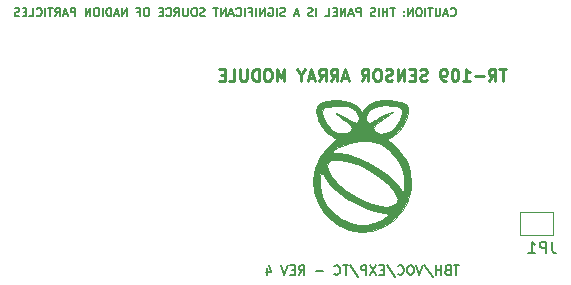
<source format=gbr>
%TF.GenerationSoftware,KiCad,Pcbnew,8.0.6*%
%TF.CreationDate,2024-11-19T00:52:39-05:00*%
%TF.ProjectId,tr109-sensorboard,74723130-392d-4736-956e-736f72626f61,4*%
%TF.SameCoordinates,Original*%
%TF.FileFunction,Legend,Bot*%
%TF.FilePolarity,Positive*%
%FSLAX46Y46*%
G04 Gerber Fmt 4.6, Leading zero omitted, Abs format (unit mm)*
G04 Created by KiCad (PCBNEW 8.0.6) date 2024-11-19 00:52:39*
%MOMM*%
%LPD*%
G01*
G04 APERTURE LIST*
%ADD10C,0.250000*%
%ADD11C,0.200000*%
%ADD12C,0.175000*%
%ADD13C,0.150000*%
%ADD14C,0.120000*%
%ADD15C,0.010000*%
%ADD16C,6.200000*%
%ADD17R,1.700000X1.700000*%
%ADD18O,1.700000X1.700000*%
%ADD19R,1.000000X1.500000*%
G04 APERTURE END LIST*
D10*
X155980426Y-101506719D02*
X155408998Y-101506719D01*
X155694712Y-102506719D02*
X155694712Y-101506719D01*
X154504236Y-102506719D02*
X154837569Y-102030528D01*
X155075664Y-102506719D02*
X155075664Y-101506719D01*
X155075664Y-101506719D02*
X154694712Y-101506719D01*
X154694712Y-101506719D02*
X154599474Y-101554338D01*
X154599474Y-101554338D02*
X154551855Y-101601957D01*
X154551855Y-101601957D02*
X154504236Y-101697195D01*
X154504236Y-101697195D02*
X154504236Y-101840052D01*
X154504236Y-101840052D02*
X154551855Y-101935290D01*
X154551855Y-101935290D02*
X154599474Y-101982909D01*
X154599474Y-101982909D02*
X154694712Y-102030528D01*
X154694712Y-102030528D02*
X155075664Y-102030528D01*
X154075664Y-102125766D02*
X153313760Y-102125766D01*
X152313760Y-102506719D02*
X152885188Y-102506719D01*
X152599474Y-102506719D02*
X152599474Y-101506719D01*
X152599474Y-101506719D02*
X152694712Y-101649576D01*
X152694712Y-101649576D02*
X152789950Y-101744814D01*
X152789950Y-101744814D02*
X152885188Y-101792433D01*
X151694712Y-101506719D02*
X151599474Y-101506719D01*
X151599474Y-101506719D02*
X151504236Y-101554338D01*
X151504236Y-101554338D02*
X151456617Y-101601957D01*
X151456617Y-101601957D02*
X151408998Y-101697195D01*
X151408998Y-101697195D02*
X151361379Y-101887671D01*
X151361379Y-101887671D02*
X151361379Y-102125766D01*
X151361379Y-102125766D02*
X151408998Y-102316242D01*
X151408998Y-102316242D02*
X151456617Y-102411480D01*
X151456617Y-102411480D02*
X151504236Y-102459100D01*
X151504236Y-102459100D02*
X151599474Y-102506719D01*
X151599474Y-102506719D02*
X151694712Y-102506719D01*
X151694712Y-102506719D02*
X151789950Y-102459100D01*
X151789950Y-102459100D02*
X151837569Y-102411480D01*
X151837569Y-102411480D02*
X151885188Y-102316242D01*
X151885188Y-102316242D02*
X151932807Y-102125766D01*
X151932807Y-102125766D02*
X151932807Y-101887671D01*
X151932807Y-101887671D02*
X151885188Y-101697195D01*
X151885188Y-101697195D02*
X151837569Y-101601957D01*
X151837569Y-101601957D02*
X151789950Y-101554338D01*
X151789950Y-101554338D02*
X151694712Y-101506719D01*
X150885188Y-102506719D02*
X150694712Y-102506719D01*
X150694712Y-102506719D02*
X150599474Y-102459100D01*
X150599474Y-102459100D02*
X150551855Y-102411480D01*
X150551855Y-102411480D02*
X150456617Y-102268623D01*
X150456617Y-102268623D02*
X150408998Y-102078147D01*
X150408998Y-102078147D02*
X150408998Y-101697195D01*
X150408998Y-101697195D02*
X150456617Y-101601957D01*
X150456617Y-101601957D02*
X150504236Y-101554338D01*
X150504236Y-101554338D02*
X150599474Y-101506719D01*
X150599474Y-101506719D02*
X150789950Y-101506719D01*
X150789950Y-101506719D02*
X150885188Y-101554338D01*
X150885188Y-101554338D02*
X150932807Y-101601957D01*
X150932807Y-101601957D02*
X150980426Y-101697195D01*
X150980426Y-101697195D02*
X150980426Y-101935290D01*
X150980426Y-101935290D02*
X150932807Y-102030528D01*
X150932807Y-102030528D02*
X150885188Y-102078147D01*
X150885188Y-102078147D02*
X150789950Y-102125766D01*
X150789950Y-102125766D02*
X150599474Y-102125766D01*
X150599474Y-102125766D02*
X150504236Y-102078147D01*
X150504236Y-102078147D02*
X150456617Y-102030528D01*
X150456617Y-102030528D02*
X150408998Y-101935290D01*
X149266140Y-102459100D02*
X149123283Y-102506719D01*
X149123283Y-102506719D02*
X148885188Y-102506719D01*
X148885188Y-102506719D02*
X148789950Y-102459100D01*
X148789950Y-102459100D02*
X148742331Y-102411480D01*
X148742331Y-102411480D02*
X148694712Y-102316242D01*
X148694712Y-102316242D02*
X148694712Y-102221004D01*
X148694712Y-102221004D02*
X148742331Y-102125766D01*
X148742331Y-102125766D02*
X148789950Y-102078147D01*
X148789950Y-102078147D02*
X148885188Y-102030528D01*
X148885188Y-102030528D02*
X149075664Y-101982909D01*
X149075664Y-101982909D02*
X149170902Y-101935290D01*
X149170902Y-101935290D02*
X149218521Y-101887671D01*
X149218521Y-101887671D02*
X149266140Y-101792433D01*
X149266140Y-101792433D02*
X149266140Y-101697195D01*
X149266140Y-101697195D02*
X149218521Y-101601957D01*
X149218521Y-101601957D02*
X149170902Y-101554338D01*
X149170902Y-101554338D02*
X149075664Y-101506719D01*
X149075664Y-101506719D02*
X148837569Y-101506719D01*
X148837569Y-101506719D02*
X148694712Y-101554338D01*
X148266140Y-101982909D02*
X147932807Y-101982909D01*
X147789950Y-102506719D02*
X148266140Y-102506719D01*
X148266140Y-102506719D02*
X148266140Y-101506719D01*
X148266140Y-101506719D02*
X147789950Y-101506719D01*
X147361378Y-102506719D02*
X147361378Y-101506719D01*
X147361378Y-101506719D02*
X146789950Y-102506719D01*
X146789950Y-102506719D02*
X146789950Y-101506719D01*
X146361378Y-102459100D02*
X146218521Y-102506719D01*
X146218521Y-102506719D02*
X145980426Y-102506719D01*
X145980426Y-102506719D02*
X145885188Y-102459100D01*
X145885188Y-102459100D02*
X145837569Y-102411480D01*
X145837569Y-102411480D02*
X145789950Y-102316242D01*
X145789950Y-102316242D02*
X145789950Y-102221004D01*
X145789950Y-102221004D02*
X145837569Y-102125766D01*
X145837569Y-102125766D02*
X145885188Y-102078147D01*
X145885188Y-102078147D02*
X145980426Y-102030528D01*
X145980426Y-102030528D02*
X146170902Y-101982909D01*
X146170902Y-101982909D02*
X146266140Y-101935290D01*
X146266140Y-101935290D02*
X146313759Y-101887671D01*
X146313759Y-101887671D02*
X146361378Y-101792433D01*
X146361378Y-101792433D02*
X146361378Y-101697195D01*
X146361378Y-101697195D02*
X146313759Y-101601957D01*
X146313759Y-101601957D02*
X146266140Y-101554338D01*
X146266140Y-101554338D02*
X146170902Y-101506719D01*
X146170902Y-101506719D02*
X145932807Y-101506719D01*
X145932807Y-101506719D02*
X145789950Y-101554338D01*
X145170902Y-101506719D02*
X144980426Y-101506719D01*
X144980426Y-101506719D02*
X144885188Y-101554338D01*
X144885188Y-101554338D02*
X144789950Y-101649576D01*
X144789950Y-101649576D02*
X144742331Y-101840052D01*
X144742331Y-101840052D02*
X144742331Y-102173385D01*
X144742331Y-102173385D02*
X144789950Y-102363861D01*
X144789950Y-102363861D02*
X144885188Y-102459100D01*
X144885188Y-102459100D02*
X144980426Y-102506719D01*
X144980426Y-102506719D02*
X145170902Y-102506719D01*
X145170902Y-102506719D02*
X145266140Y-102459100D01*
X145266140Y-102459100D02*
X145361378Y-102363861D01*
X145361378Y-102363861D02*
X145408997Y-102173385D01*
X145408997Y-102173385D02*
X145408997Y-101840052D01*
X145408997Y-101840052D02*
X145361378Y-101649576D01*
X145361378Y-101649576D02*
X145266140Y-101554338D01*
X145266140Y-101554338D02*
X145170902Y-101506719D01*
X143742331Y-102506719D02*
X144075664Y-102030528D01*
X144313759Y-102506719D02*
X144313759Y-101506719D01*
X144313759Y-101506719D02*
X143932807Y-101506719D01*
X143932807Y-101506719D02*
X143837569Y-101554338D01*
X143837569Y-101554338D02*
X143789950Y-101601957D01*
X143789950Y-101601957D02*
X143742331Y-101697195D01*
X143742331Y-101697195D02*
X143742331Y-101840052D01*
X143742331Y-101840052D02*
X143789950Y-101935290D01*
X143789950Y-101935290D02*
X143837569Y-101982909D01*
X143837569Y-101982909D02*
X143932807Y-102030528D01*
X143932807Y-102030528D02*
X144313759Y-102030528D01*
X142599473Y-102221004D02*
X142123283Y-102221004D01*
X142694711Y-102506719D02*
X142361378Y-101506719D01*
X142361378Y-101506719D02*
X142028045Y-102506719D01*
X141123283Y-102506719D02*
X141456616Y-102030528D01*
X141694711Y-102506719D02*
X141694711Y-101506719D01*
X141694711Y-101506719D02*
X141313759Y-101506719D01*
X141313759Y-101506719D02*
X141218521Y-101554338D01*
X141218521Y-101554338D02*
X141170902Y-101601957D01*
X141170902Y-101601957D02*
X141123283Y-101697195D01*
X141123283Y-101697195D02*
X141123283Y-101840052D01*
X141123283Y-101840052D02*
X141170902Y-101935290D01*
X141170902Y-101935290D02*
X141218521Y-101982909D01*
X141218521Y-101982909D02*
X141313759Y-102030528D01*
X141313759Y-102030528D02*
X141694711Y-102030528D01*
X140123283Y-102506719D02*
X140456616Y-102030528D01*
X140694711Y-102506719D02*
X140694711Y-101506719D01*
X140694711Y-101506719D02*
X140313759Y-101506719D01*
X140313759Y-101506719D02*
X140218521Y-101554338D01*
X140218521Y-101554338D02*
X140170902Y-101601957D01*
X140170902Y-101601957D02*
X140123283Y-101697195D01*
X140123283Y-101697195D02*
X140123283Y-101840052D01*
X140123283Y-101840052D02*
X140170902Y-101935290D01*
X140170902Y-101935290D02*
X140218521Y-101982909D01*
X140218521Y-101982909D02*
X140313759Y-102030528D01*
X140313759Y-102030528D02*
X140694711Y-102030528D01*
X139742330Y-102221004D02*
X139266140Y-102221004D01*
X139837568Y-102506719D02*
X139504235Y-101506719D01*
X139504235Y-101506719D02*
X139170902Y-102506719D01*
X138647092Y-102030528D02*
X138647092Y-102506719D01*
X138980425Y-101506719D02*
X138647092Y-102030528D01*
X138647092Y-102030528D02*
X138313759Y-101506719D01*
X137218520Y-102506719D02*
X137218520Y-101506719D01*
X137218520Y-101506719D02*
X136885187Y-102221004D01*
X136885187Y-102221004D02*
X136551854Y-101506719D01*
X136551854Y-101506719D02*
X136551854Y-102506719D01*
X135885187Y-101506719D02*
X135694711Y-101506719D01*
X135694711Y-101506719D02*
X135599473Y-101554338D01*
X135599473Y-101554338D02*
X135504235Y-101649576D01*
X135504235Y-101649576D02*
X135456616Y-101840052D01*
X135456616Y-101840052D02*
X135456616Y-102173385D01*
X135456616Y-102173385D02*
X135504235Y-102363861D01*
X135504235Y-102363861D02*
X135599473Y-102459100D01*
X135599473Y-102459100D02*
X135694711Y-102506719D01*
X135694711Y-102506719D02*
X135885187Y-102506719D01*
X135885187Y-102506719D02*
X135980425Y-102459100D01*
X135980425Y-102459100D02*
X136075663Y-102363861D01*
X136075663Y-102363861D02*
X136123282Y-102173385D01*
X136123282Y-102173385D02*
X136123282Y-101840052D01*
X136123282Y-101840052D02*
X136075663Y-101649576D01*
X136075663Y-101649576D02*
X135980425Y-101554338D01*
X135980425Y-101554338D02*
X135885187Y-101506719D01*
X135028044Y-102506719D02*
X135028044Y-101506719D01*
X135028044Y-101506719D02*
X134789949Y-101506719D01*
X134789949Y-101506719D02*
X134647092Y-101554338D01*
X134647092Y-101554338D02*
X134551854Y-101649576D01*
X134551854Y-101649576D02*
X134504235Y-101744814D01*
X134504235Y-101744814D02*
X134456616Y-101935290D01*
X134456616Y-101935290D02*
X134456616Y-102078147D01*
X134456616Y-102078147D02*
X134504235Y-102268623D01*
X134504235Y-102268623D02*
X134551854Y-102363861D01*
X134551854Y-102363861D02*
X134647092Y-102459100D01*
X134647092Y-102459100D02*
X134789949Y-102506719D01*
X134789949Y-102506719D02*
X135028044Y-102506719D01*
X134028044Y-101506719D02*
X134028044Y-102316242D01*
X134028044Y-102316242D02*
X133980425Y-102411480D01*
X133980425Y-102411480D02*
X133932806Y-102459100D01*
X133932806Y-102459100D02*
X133837568Y-102506719D01*
X133837568Y-102506719D02*
X133647092Y-102506719D01*
X133647092Y-102506719D02*
X133551854Y-102459100D01*
X133551854Y-102459100D02*
X133504235Y-102411480D01*
X133504235Y-102411480D02*
X133456616Y-102316242D01*
X133456616Y-102316242D02*
X133456616Y-101506719D01*
X132504235Y-102506719D02*
X132980425Y-102506719D01*
X132980425Y-102506719D02*
X132980425Y-101506719D01*
X132170901Y-101982909D02*
X131837568Y-101982909D01*
X131694711Y-102506719D02*
X132170901Y-102506719D01*
X132170901Y-102506719D02*
X132170901Y-101506719D01*
X132170901Y-101506719D02*
X131694711Y-101506719D01*
D11*
X151999473Y-118119695D02*
X151542330Y-118119695D01*
X151770902Y-118919695D02*
X151770902Y-118119695D01*
X151008997Y-118500647D02*
X150894711Y-118538742D01*
X150894711Y-118538742D02*
X150856616Y-118576838D01*
X150856616Y-118576838D02*
X150818520Y-118653028D01*
X150818520Y-118653028D02*
X150818520Y-118767314D01*
X150818520Y-118767314D02*
X150856616Y-118843504D01*
X150856616Y-118843504D02*
X150894711Y-118881600D01*
X150894711Y-118881600D02*
X150970901Y-118919695D01*
X150970901Y-118919695D02*
X151275663Y-118919695D01*
X151275663Y-118919695D02*
X151275663Y-118119695D01*
X151275663Y-118119695D02*
X151008997Y-118119695D01*
X151008997Y-118119695D02*
X150932806Y-118157790D01*
X150932806Y-118157790D02*
X150894711Y-118195885D01*
X150894711Y-118195885D02*
X150856616Y-118272076D01*
X150856616Y-118272076D02*
X150856616Y-118348266D01*
X150856616Y-118348266D02*
X150894711Y-118424457D01*
X150894711Y-118424457D02*
X150932806Y-118462552D01*
X150932806Y-118462552D02*
X151008997Y-118500647D01*
X151008997Y-118500647D02*
X151275663Y-118500647D01*
X150475663Y-118919695D02*
X150475663Y-118119695D01*
X150475663Y-118500647D02*
X150018520Y-118500647D01*
X150018520Y-118919695D02*
X150018520Y-118119695D01*
X149066140Y-118081600D02*
X149751854Y-119110171D01*
X148913759Y-118119695D02*
X148647092Y-118919695D01*
X148647092Y-118919695D02*
X148380426Y-118119695D01*
X147961378Y-118119695D02*
X147808997Y-118119695D01*
X147808997Y-118119695D02*
X147732807Y-118157790D01*
X147732807Y-118157790D02*
X147656616Y-118233980D01*
X147656616Y-118233980D02*
X147618521Y-118386361D01*
X147618521Y-118386361D02*
X147618521Y-118653028D01*
X147618521Y-118653028D02*
X147656616Y-118805409D01*
X147656616Y-118805409D02*
X147732807Y-118881600D01*
X147732807Y-118881600D02*
X147808997Y-118919695D01*
X147808997Y-118919695D02*
X147961378Y-118919695D01*
X147961378Y-118919695D02*
X148037569Y-118881600D01*
X148037569Y-118881600D02*
X148113759Y-118805409D01*
X148113759Y-118805409D02*
X148151855Y-118653028D01*
X148151855Y-118653028D02*
X148151855Y-118386361D01*
X148151855Y-118386361D02*
X148113759Y-118233980D01*
X148113759Y-118233980D02*
X148037569Y-118157790D01*
X148037569Y-118157790D02*
X147961378Y-118119695D01*
X146818521Y-118843504D02*
X146856617Y-118881600D01*
X146856617Y-118881600D02*
X146970902Y-118919695D01*
X146970902Y-118919695D02*
X147047093Y-118919695D01*
X147047093Y-118919695D02*
X147161379Y-118881600D01*
X147161379Y-118881600D02*
X147237569Y-118805409D01*
X147237569Y-118805409D02*
X147275664Y-118729219D01*
X147275664Y-118729219D02*
X147313760Y-118576838D01*
X147313760Y-118576838D02*
X147313760Y-118462552D01*
X147313760Y-118462552D02*
X147275664Y-118310171D01*
X147275664Y-118310171D02*
X147237569Y-118233980D01*
X147237569Y-118233980D02*
X147161379Y-118157790D01*
X147161379Y-118157790D02*
X147047093Y-118119695D01*
X147047093Y-118119695D02*
X146970902Y-118119695D01*
X146970902Y-118119695D02*
X146856617Y-118157790D01*
X146856617Y-118157790D02*
X146818521Y-118195885D01*
X145904236Y-118081600D02*
X146589950Y-119110171D01*
X145637569Y-118500647D02*
X145370903Y-118500647D01*
X145256617Y-118919695D02*
X145637569Y-118919695D01*
X145637569Y-118919695D02*
X145637569Y-118119695D01*
X145637569Y-118119695D02*
X145256617Y-118119695D01*
X144989950Y-118119695D02*
X144456616Y-118919695D01*
X144456616Y-118119695D02*
X144989950Y-118919695D01*
X144151854Y-118919695D02*
X144151854Y-118119695D01*
X144151854Y-118119695D02*
X143847092Y-118119695D01*
X143847092Y-118119695D02*
X143770902Y-118157790D01*
X143770902Y-118157790D02*
X143732807Y-118195885D01*
X143732807Y-118195885D02*
X143694711Y-118272076D01*
X143694711Y-118272076D02*
X143694711Y-118386361D01*
X143694711Y-118386361D02*
X143732807Y-118462552D01*
X143732807Y-118462552D02*
X143770902Y-118500647D01*
X143770902Y-118500647D02*
X143847092Y-118538742D01*
X143847092Y-118538742D02*
X144151854Y-118538742D01*
X142780426Y-118081600D02*
X143466140Y-119110171D01*
X142628045Y-118119695D02*
X142170902Y-118119695D01*
X142399474Y-118919695D02*
X142399474Y-118119695D01*
X141447092Y-118843504D02*
X141485188Y-118881600D01*
X141485188Y-118881600D02*
X141599473Y-118919695D01*
X141599473Y-118919695D02*
X141675664Y-118919695D01*
X141675664Y-118919695D02*
X141789950Y-118881600D01*
X141789950Y-118881600D02*
X141866140Y-118805409D01*
X141866140Y-118805409D02*
X141904235Y-118729219D01*
X141904235Y-118729219D02*
X141942331Y-118576838D01*
X141942331Y-118576838D02*
X141942331Y-118462552D01*
X141942331Y-118462552D02*
X141904235Y-118310171D01*
X141904235Y-118310171D02*
X141866140Y-118233980D01*
X141866140Y-118233980D02*
X141789950Y-118157790D01*
X141789950Y-118157790D02*
X141675664Y-118119695D01*
X141675664Y-118119695D02*
X141599473Y-118119695D01*
X141599473Y-118119695D02*
X141485188Y-118157790D01*
X141485188Y-118157790D02*
X141447092Y-118195885D01*
X140494711Y-118614933D02*
X139885188Y-118614933D01*
X138437568Y-118919695D02*
X138704235Y-118538742D01*
X138894711Y-118919695D02*
X138894711Y-118119695D01*
X138894711Y-118119695D02*
X138589949Y-118119695D01*
X138589949Y-118119695D02*
X138513759Y-118157790D01*
X138513759Y-118157790D02*
X138475664Y-118195885D01*
X138475664Y-118195885D02*
X138437568Y-118272076D01*
X138437568Y-118272076D02*
X138437568Y-118386361D01*
X138437568Y-118386361D02*
X138475664Y-118462552D01*
X138475664Y-118462552D02*
X138513759Y-118500647D01*
X138513759Y-118500647D02*
X138589949Y-118538742D01*
X138589949Y-118538742D02*
X138894711Y-118538742D01*
X138094711Y-118500647D02*
X137828045Y-118500647D01*
X137713759Y-118919695D02*
X138094711Y-118919695D01*
X138094711Y-118919695D02*
X138094711Y-118119695D01*
X138094711Y-118119695D02*
X137713759Y-118119695D01*
X137485187Y-118119695D02*
X137218520Y-118919695D01*
X137218520Y-118919695D02*
X136951854Y-118119695D01*
X135732806Y-118386361D02*
X135732806Y-118919695D01*
X135923282Y-118081600D02*
X136113759Y-118653028D01*
X136113759Y-118653028D02*
X135618520Y-118653028D01*
D12*
X151303994Y-96958566D02*
X151337327Y-96991900D01*
X151337327Y-96991900D02*
X151437327Y-97025233D01*
X151437327Y-97025233D02*
X151503994Y-97025233D01*
X151503994Y-97025233D02*
X151603994Y-96991900D01*
X151603994Y-96991900D02*
X151670661Y-96925233D01*
X151670661Y-96925233D02*
X151703994Y-96858566D01*
X151703994Y-96858566D02*
X151737327Y-96725233D01*
X151737327Y-96725233D02*
X151737327Y-96625233D01*
X151737327Y-96625233D02*
X151703994Y-96491900D01*
X151703994Y-96491900D02*
X151670661Y-96425233D01*
X151670661Y-96425233D02*
X151603994Y-96358566D01*
X151603994Y-96358566D02*
X151503994Y-96325233D01*
X151503994Y-96325233D02*
X151437327Y-96325233D01*
X151437327Y-96325233D02*
X151337327Y-96358566D01*
X151337327Y-96358566D02*
X151303994Y-96391900D01*
X151037327Y-96825233D02*
X150703994Y-96825233D01*
X151103994Y-97025233D02*
X150870661Y-96325233D01*
X150870661Y-96325233D02*
X150637327Y-97025233D01*
X150403994Y-96325233D02*
X150403994Y-96891900D01*
X150403994Y-96891900D02*
X150370661Y-96958566D01*
X150370661Y-96958566D02*
X150337327Y-96991900D01*
X150337327Y-96991900D02*
X150270661Y-97025233D01*
X150270661Y-97025233D02*
X150137327Y-97025233D01*
X150137327Y-97025233D02*
X150070661Y-96991900D01*
X150070661Y-96991900D02*
X150037327Y-96958566D01*
X150037327Y-96958566D02*
X150003994Y-96891900D01*
X150003994Y-96891900D02*
X150003994Y-96325233D01*
X149770661Y-96325233D02*
X149370661Y-96325233D01*
X149570661Y-97025233D02*
X149570661Y-96325233D01*
X149137328Y-97025233D02*
X149137328Y-96325233D01*
X148670662Y-96325233D02*
X148537328Y-96325233D01*
X148537328Y-96325233D02*
X148470662Y-96358566D01*
X148470662Y-96358566D02*
X148403995Y-96425233D01*
X148403995Y-96425233D02*
X148370662Y-96558566D01*
X148370662Y-96558566D02*
X148370662Y-96791900D01*
X148370662Y-96791900D02*
X148403995Y-96925233D01*
X148403995Y-96925233D02*
X148470662Y-96991900D01*
X148470662Y-96991900D02*
X148537328Y-97025233D01*
X148537328Y-97025233D02*
X148670662Y-97025233D01*
X148670662Y-97025233D02*
X148737328Y-96991900D01*
X148737328Y-96991900D02*
X148803995Y-96925233D01*
X148803995Y-96925233D02*
X148837328Y-96791900D01*
X148837328Y-96791900D02*
X148837328Y-96558566D01*
X148837328Y-96558566D02*
X148803995Y-96425233D01*
X148803995Y-96425233D02*
X148737328Y-96358566D01*
X148737328Y-96358566D02*
X148670662Y-96325233D01*
X148070662Y-97025233D02*
X148070662Y-96325233D01*
X148070662Y-96325233D02*
X147670662Y-97025233D01*
X147670662Y-97025233D02*
X147670662Y-96325233D01*
X147337329Y-96958566D02*
X147303996Y-96991900D01*
X147303996Y-96991900D02*
X147337329Y-97025233D01*
X147337329Y-97025233D02*
X147370662Y-96991900D01*
X147370662Y-96991900D02*
X147337329Y-96958566D01*
X147337329Y-96958566D02*
X147337329Y-97025233D01*
X147337329Y-96591900D02*
X147303996Y-96625233D01*
X147303996Y-96625233D02*
X147337329Y-96658566D01*
X147337329Y-96658566D02*
X147370662Y-96625233D01*
X147370662Y-96625233D02*
X147337329Y-96591900D01*
X147337329Y-96591900D02*
X147337329Y-96658566D01*
X146570663Y-96325233D02*
X146170663Y-96325233D01*
X146370663Y-97025233D02*
X146370663Y-96325233D01*
X145937330Y-97025233D02*
X145937330Y-96325233D01*
X145937330Y-96658566D02*
X145537330Y-96658566D01*
X145537330Y-97025233D02*
X145537330Y-96325233D01*
X145203997Y-97025233D02*
X145203997Y-96325233D01*
X144903997Y-96991900D02*
X144803997Y-97025233D01*
X144803997Y-97025233D02*
X144637331Y-97025233D01*
X144637331Y-97025233D02*
X144570664Y-96991900D01*
X144570664Y-96991900D02*
X144537331Y-96958566D01*
X144537331Y-96958566D02*
X144503997Y-96891900D01*
X144503997Y-96891900D02*
X144503997Y-96825233D01*
X144503997Y-96825233D02*
X144537331Y-96758566D01*
X144537331Y-96758566D02*
X144570664Y-96725233D01*
X144570664Y-96725233D02*
X144637331Y-96691900D01*
X144637331Y-96691900D02*
X144770664Y-96658566D01*
X144770664Y-96658566D02*
X144837331Y-96625233D01*
X144837331Y-96625233D02*
X144870664Y-96591900D01*
X144870664Y-96591900D02*
X144903997Y-96525233D01*
X144903997Y-96525233D02*
X144903997Y-96458566D01*
X144903997Y-96458566D02*
X144870664Y-96391900D01*
X144870664Y-96391900D02*
X144837331Y-96358566D01*
X144837331Y-96358566D02*
X144770664Y-96325233D01*
X144770664Y-96325233D02*
X144603997Y-96325233D01*
X144603997Y-96325233D02*
X144503997Y-96358566D01*
X143670664Y-97025233D02*
X143670664Y-96325233D01*
X143670664Y-96325233D02*
X143403997Y-96325233D01*
X143403997Y-96325233D02*
X143337331Y-96358566D01*
X143337331Y-96358566D02*
X143303997Y-96391900D01*
X143303997Y-96391900D02*
X143270664Y-96458566D01*
X143270664Y-96458566D02*
X143270664Y-96558566D01*
X143270664Y-96558566D02*
X143303997Y-96625233D01*
X143303997Y-96625233D02*
X143337331Y-96658566D01*
X143337331Y-96658566D02*
X143403997Y-96691900D01*
X143403997Y-96691900D02*
X143670664Y-96691900D01*
X143003997Y-96825233D02*
X142670664Y-96825233D01*
X143070664Y-97025233D02*
X142837331Y-96325233D01*
X142837331Y-96325233D02*
X142603997Y-97025233D01*
X142370664Y-97025233D02*
X142370664Y-96325233D01*
X142370664Y-96325233D02*
X141970664Y-97025233D01*
X141970664Y-97025233D02*
X141970664Y-96325233D01*
X141637331Y-96658566D02*
X141403998Y-96658566D01*
X141303998Y-97025233D02*
X141637331Y-97025233D01*
X141637331Y-97025233D02*
X141637331Y-96325233D01*
X141637331Y-96325233D02*
X141303998Y-96325233D01*
X140670665Y-97025233D02*
X141003998Y-97025233D01*
X141003998Y-97025233D02*
X141003998Y-96325233D01*
X139903998Y-97025233D02*
X139903998Y-96325233D01*
X139603998Y-96991900D02*
X139503998Y-97025233D01*
X139503998Y-97025233D02*
X139337332Y-97025233D01*
X139337332Y-97025233D02*
X139270665Y-96991900D01*
X139270665Y-96991900D02*
X139237332Y-96958566D01*
X139237332Y-96958566D02*
X139203998Y-96891900D01*
X139203998Y-96891900D02*
X139203998Y-96825233D01*
X139203998Y-96825233D02*
X139237332Y-96758566D01*
X139237332Y-96758566D02*
X139270665Y-96725233D01*
X139270665Y-96725233D02*
X139337332Y-96691900D01*
X139337332Y-96691900D02*
X139470665Y-96658566D01*
X139470665Y-96658566D02*
X139537332Y-96625233D01*
X139537332Y-96625233D02*
X139570665Y-96591900D01*
X139570665Y-96591900D02*
X139603998Y-96525233D01*
X139603998Y-96525233D02*
X139603998Y-96458566D01*
X139603998Y-96458566D02*
X139570665Y-96391900D01*
X139570665Y-96391900D02*
X139537332Y-96358566D01*
X139537332Y-96358566D02*
X139470665Y-96325233D01*
X139470665Y-96325233D02*
X139303998Y-96325233D01*
X139303998Y-96325233D02*
X139203998Y-96358566D01*
X138403998Y-96825233D02*
X138070665Y-96825233D01*
X138470665Y-97025233D02*
X138237332Y-96325233D01*
X138237332Y-96325233D02*
X138003998Y-97025233D01*
X137270665Y-96991900D02*
X137170665Y-97025233D01*
X137170665Y-97025233D02*
X137003999Y-97025233D01*
X137003999Y-97025233D02*
X136937332Y-96991900D01*
X136937332Y-96991900D02*
X136903999Y-96958566D01*
X136903999Y-96958566D02*
X136870665Y-96891900D01*
X136870665Y-96891900D02*
X136870665Y-96825233D01*
X136870665Y-96825233D02*
X136903999Y-96758566D01*
X136903999Y-96758566D02*
X136937332Y-96725233D01*
X136937332Y-96725233D02*
X137003999Y-96691900D01*
X137003999Y-96691900D02*
X137137332Y-96658566D01*
X137137332Y-96658566D02*
X137203999Y-96625233D01*
X137203999Y-96625233D02*
X137237332Y-96591900D01*
X137237332Y-96591900D02*
X137270665Y-96525233D01*
X137270665Y-96525233D02*
X137270665Y-96458566D01*
X137270665Y-96458566D02*
X137237332Y-96391900D01*
X137237332Y-96391900D02*
X137203999Y-96358566D01*
X137203999Y-96358566D02*
X137137332Y-96325233D01*
X137137332Y-96325233D02*
X136970665Y-96325233D01*
X136970665Y-96325233D02*
X136870665Y-96358566D01*
X136570665Y-97025233D02*
X136570665Y-96325233D01*
X135870665Y-96358566D02*
X135937332Y-96325233D01*
X135937332Y-96325233D02*
X136037332Y-96325233D01*
X136037332Y-96325233D02*
X136137332Y-96358566D01*
X136137332Y-96358566D02*
X136203999Y-96425233D01*
X136203999Y-96425233D02*
X136237332Y-96491900D01*
X136237332Y-96491900D02*
X136270665Y-96625233D01*
X136270665Y-96625233D02*
X136270665Y-96725233D01*
X136270665Y-96725233D02*
X136237332Y-96858566D01*
X136237332Y-96858566D02*
X136203999Y-96925233D01*
X136203999Y-96925233D02*
X136137332Y-96991900D01*
X136137332Y-96991900D02*
X136037332Y-97025233D01*
X136037332Y-97025233D02*
X135970665Y-97025233D01*
X135970665Y-97025233D02*
X135870665Y-96991900D01*
X135870665Y-96991900D02*
X135837332Y-96958566D01*
X135837332Y-96958566D02*
X135837332Y-96725233D01*
X135837332Y-96725233D02*
X135970665Y-96725233D01*
X135537332Y-97025233D02*
X135537332Y-96325233D01*
X135537332Y-96325233D02*
X135137332Y-97025233D01*
X135137332Y-97025233D02*
X135137332Y-96325233D01*
X134803999Y-97025233D02*
X134803999Y-96325233D01*
X134237333Y-96658566D02*
X134470666Y-96658566D01*
X134470666Y-97025233D02*
X134470666Y-96325233D01*
X134470666Y-96325233D02*
X134137333Y-96325233D01*
X133870666Y-97025233D02*
X133870666Y-96325233D01*
X133137333Y-96958566D02*
X133170666Y-96991900D01*
X133170666Y-96991900D02*
X133270666Y-97025233D01*
X133270666Y-97025233D02*
X133337333Y-97025233D01*
X133337333Y-97025233D02*
X133437333Y-96991900D01*
X133437333Y-96991900D02*
X133504000Y-96925233D01*
X133504000Y-96925233D02*
X133537333Y-96858566D01*
X133537333Y-96858566D02*
X133570666Y-96725233D01*
X133570666Y-96725233D02*
X133570666Y-96625233D01*
X133570666Y-96625233D02*
X133537333Y-96491900D01*
X133537333Y-96491900D02*
X133504000Y-96425233D01*
X133504000Y-96425233D02*
X133437333Y-96358566D01*
X133437333Y-96358566D02*
X133337333Y-96325233D01*
X133337333Y-96325233D02*
X133270666Y-96325233D01*
X133270666Y-96325233D02*
X133170666Y-96358566D01*
X133170666Y-96358566D02*
X133137333Y-96391900D01*
X132870666Y-96825233D02*
X132537333Y-96825233D01*
X132937333Y-97025233D02*
X132704000Y-96325233D01*
X132704000Y-96325233D02*
X132470666Y-97025233D01*
X132237333Y-97025233D02*
X132237333Y-96325233D01*
X132237333Y-96325233D02*
X131837333Y-97025233D01*
X131837333Y-97025233D02*
X131837333Y-96325233D01*
X131604000Y-96325233D02*
X131204000Y-96325233D01*
X131404000Y-97025233D02*
X131404000Y-96325233D01*
X130470667Y-96991900D02*
X130370667Y-97025233D01*
X130370667Y-97025233D02*
X130204001Y-97025233D01*
X130204001Y-97025233D02*
X130137334Y-96991900D01*
X130137334Y-96991900D02*
X130104001Y-96958566D01*
X130104001Y-96958566D02*
X130070667Y-96891900D01*
X130070667Y-96891900D02*
X130070667Y-96825233D01*
X130070667Y-96825233D02*
X130104001Y-96758566D01*
X130104001Y-96758566D02*
X130137334Y-96725233D01*
X130137334Y-96725233D02*
X130204001Y-96691900D01*
X130204001Y-96691900D02*
X130337334Y-96658566D01*
X130337334Y-96658566D02*
X130404001Y-96625233D01*
X130404001Y-96625233D02*
X130437334Y-96591900D01*
X130437334Y-96591900D02*
X130470667Y-96525233D01*
X130470667Y-96525233D02*
X130470667Y-96458566D01*
X130470667Y-96458566D02*
X130437334Y-96391900D01*
X130437334Y-96391900D02*
X130404001Y-96358566D01*
X130404001Y-96358566D02*
X130337334Y-96325233D01*
X130337334Y-96325233D02*
X130170667Y-96325233D01*
X130170667Y-96325233D02*
X130070667Y-96358566D01*
X129637334Y-96325233D02*
X129504000Y-96325233D01*
X129504000Y-96325233D02*
X129437334Y-96358566D01*
X129437334Y-96358566D02*
X129370667Y-96425233D01*
X129370667Y-96425233D02*
X129337334Y-96558566D01*
X129337334Y-96558566D02*
X129337334Y-96791900D01*
X129337334Y-96791900D02*
X129370667Y-96925233D01*
X129370667Y-96925233D02*
X129437334Y-96991900D01*
X129437334Y-96991900D02*
X129504000Y-97025233D01*
X129504000Y-97025233D02*
X129637334Y-97025233D01*
X129637334Y-97025233D02*
X129704000Y-96991900D01*
X129704000Y-96991900D02*
X129770667Y-96925233D01*
X129770667Y-96925233D02*
X129804000Y-96791900D01*
X129804000Y-96791900D02*
X129804000Y-96558566D01*
X129804000Y-96558566D02*
X129770667Y-96425233D01*
X129770667Y-96425233D02*
X129704000Y-96358566D01*
X129704000Y-96358566D02*
X129637334Y-96325233D01*
X129037334Y-96325233D02*
X129037334Y-96891900D01*
X129037334Y-96891900D02*
X129004001Y-96958566D01*
X129004001Y-96958566D02*
X128970667Y-96991900D01*
X128970667Y-96991900D02*
X128904001Y-97025233D01*
X128904001Y-97025233D02*
X128770667Y-97025233D01*
X128770667Y-97025233D02*
X128704001Y-96991900D01*
X128704001Y-96991900D02*
X128670667Y-96958566D01*
X128670667Y-96958566D02*
X128637334Y-96891900D01*
X128637334Y-96891900D02*
X128637334Y-96325233D01*
X127904001Y-97025233D02*
X128137334Y-96691900D01*
X128304001Y-97025233D02*
X128304001Y-96325233D01*
X128304001Y-96325233D02*
X128037334Y-96325233D01*
X128037334Y-96325233D02*
X127970668Y-96358566D01*
X127970668Y-96358566D02*
X127937334Y-96391900D01*
X127937334Y-96391900D02*
X127904001Y-96458566D01*
X127904001Y-96458566D02*
X127904001Y-96558566D01*
X127904001Y-96558566D02*
X127937334Y-96625233D01*
X127937334Y-96625233D02*
X127970668Y-96658566D01*
X127970668Y-96658566D02*
X128037334Y-96691900D01*
X128037334Y-96691900D02*
X128304001Y-96691900D01*
X127204001Y-96958566D02*
X127237334Y-96991900D01*
X127237334Y-96991900D02*
X127337334Y-97025233D01*
X127337334Y-97025233D02*
X127404001Y-97025233D01*
X127404001Y-97025233D02*
X127504001Y-96991900D01*
X127504001Y-96991900D02*
X127570668Y-96925233D01*
X127570668Y-96925233D02*
X127604001Y-96858566D01*
X127604001Y-96858566D02*
X127637334Y-96725233D01*
X127637334Y-96725233D02*
X127637334Y-96625233D01*
X127637334Y-96625233D02*
X127604001Y-96491900D01*
X127604001Y-96491900D02*
X127570668Y-96425233D01*
X127570668Y-96425233D02*
X127504001Y-96358566D01*
X127504001Y-96358566D02*
X127404001Y-96325233D01*
X127404001Y-96325233D02*
X127337334Y-96325233D01*
X127337334Y-96325233D02*
X127237334Y-96358566D01*
X127237334Y-96358566D02*
X127204001Y-96391900D01*
X126904001Y-96658566D02*
X126670668Y-96658566D01*
X126570668Y-97025233D02*
X126904001Y-97025233D01*
X126904001Y-97025233D02*
X126904001Y-96325233D01*
X126904001Y-96325233D02*
X126570668Y-96325233D01*
X125604002Y-96325233D02*
X125470668Y-96325233D01*
X125470668Y-96325233D02*
X125404002Y-96358566D01*
X125404002Y-96358566D02*
X125337335Y-96425233D01*
X125337335Y-96425233D02*
X125304002Y-96558566D01*
X125304002Y-96558566D02*
X125304002Y-96791900D01*
X125304002Y-96791900D02*
X125337335Y-96925233D01*
X125337335Y-96925233D02*
X125404002Y-96991900D01*
X125404002Y-96991900D02*
X125470668Y-97025233D01*
X125470668Y-97025233D02*
X125604002Y-97025233D01*
X125604002Y-97025233D02*
X125670668Y-96991900D01*
X125670668Y-96991900D02*
X125737335Y-96925233D01*
X125737335Y-96925233D02*
X125770668Y-96791900D01*
X125770668Y-96791900D02*
X125770668Y-96558566D01*
X125770668Y-96558566D02*
X125737335Y-96425233D01*
X125737335Y-96425233D02*
X125670668Y-96358566D01*
X125670668Y-96358566D02*
X125604002Y-96325233D01*
X124770669Y-96658566D02*
X125004002Y-96658566D01*
X125004002Y-97025233D02*
X125004002Y-96325233D01*
X125004002Y-96325233D02*
X124670669Y-96325233D01*
X123870669Y-97025233D02*
X123870669Y-96325233D01*
X123870669Y-96325233D02*
X123470669Y-97025233D01*
X123470669Y-97025233D02*
X123470669Y-96325233D01*
X123170669Y-96825233D02*
X122837336Y-96825233D01*
X123237336Y-97025233D02*
X123004003Y-96325233D01*
X123004003Y-96325233D02*
X122770669Y-97025233D01*
X122537336Y-97025233D02*
X122537336Y-96325233D01*
X122537336Y-96325233D02*
X122370669Y-96325233D01*
X122370669Y-96325233D02*
X122270669Y-96358566D01*
X122270669Y-96358566D02*
X122204003Y-96425233D01*
X122204003Y-96425233D02*
X122170669Y-96491900D01*
X122170669Y-96491900D02*
X122137336Y-96625233D01*
X122137336Y-96625233D02*
X122137336Y-96725233D01*
X122137336Y-96725233D02*
X122170669Y-96858566D01*
X122170669Y-96858566D02*
X122204003Y-96925233D01*
X122204003Y-96925233D02*
X122270669Y-96991900D01*
X122270669Y-96991900D02*
X122370669Y-97025233D01*
X122370669Y-97025233D02*
X122537336Y-97025233D01*
X121837336Y-97025233D02*
X121837336Y-96325233D01*
X121370670Y-96325233D02*
X121237336Y-96325233D01*
X121237336Y-96325233D02*
X121170670Y-96358566D01*
X121170670Y-96358566D02*
X121104003Y-96425233D01*
X121104003Y-96425233D02*
X121070670Y-96558566D01*
X121070670Y-96558566D02*
X121070670Y-96791900D01*
X121070670Y-96791900D02*
X121104003Y-96925233D01*
X121104003Y-96925233D02*
X121170670Y-96991900D01*
X121170670Y-96991900D02*
X121237336Y-97025233D01*
X121237336Y-97025233D02*
X121370670Y-97025233D01*
X121370670Y-97025233D02*
X121437336Y-96991900D01*
X121437336Y-96991900D02*
X121504003Y-96925233D01*
X121504003Y-96925233D02*
X121537336Y-96791900D01*
X121537336Y-96791900D02*
X121537336Y-96558566D01*
X121537336Y-96558566D02*
X121504003Y-96425233D01*
X121504003Y-96425233D02*
X121437336Y-96358566D01*
X121437336Y-96358566D02*
X121370670Y-96325233D01*
X120770670Y-97025233D02*
X120770670Y-96325233D01*
X120770670Y-96325233D02*
X120370670Y-97025233D01*
X120370670Y-97025233D02*
X120370670Y-96325233D01*
X119504004Y-97025233D02*
X119504004Y-96325233D01*
X119504004Y-96325233D02*
X119237337Y-96325233D01*
X119237337Y-96325233D02*
X119170671Y-96358566D01*
X119170671Y-96358566D02*
X119137337Y-96391900D01*
X119137337Y-96391900D02*
X119104004Y-96458566D01*
X119104004Y-96458566D02*
X119104004Y-96558566D01*
X119104004Y-96558566D02*
X119137337Y-96625233D01*
X119137337Y-96625233D02*
X119170671Y-96658566D01*
X119170671Y-96658566D02*
X119237337Y-96691900D01*
X119237337Y-96691900D02*
X119504004Y-96691900D01*
X118837337Y-96825233D02*
X118504004Y-96825233D01*
X118904004Y-97025233D02*
X118670671Y-96325233D01*
X118670671Y-96325233D02*
X118437337Y-97025233D01*
X117804004Y-97025233D02*
X118037337Y-96691900D01*
X118204004Y-97025233D02*
X118204004Y-96325233D01*
X118204004Y-96325233D02*
X117937337Y-96325233D01*
X117937337Y-96325233D02*
X117870671Y-96358566D01*
X117870671Y-96358566D02*
X117837337Y-96391900D01*
X117837337Y-96391900D02*
X117804004Y-96458566D01*
X117804004Y-96458566D02*
X117804004Y-96558566D01*
X117804004Y-96558566D02*
X117837337Y-96625233D01*
X117837337Y-96625233D02*
X117870671Y-96658566D01*
X117870671Y-96658566D02*
X117937337Y-96691900D01*
X117937337Y-96691900D02*
X118204004Y-96691900D01*
X117604004Y-96325233D02*
X117204004Y-96325233D01*
X117404004Y-97025233D02*
X117404004Y-96325233D01*
X116970671Y-97025233D02*
X116970671Y-96325233D01*
X116237338Y-96958566D02*
X116270671Y-96991900D01*
X116270671Y-96991900D02*
X116370671Y-97025233D01*
X116370671Y-97025233D02*
X116437338Y-97025233D01*
X116437338Y-97025233D02*
X116537338Y-96991900D01*
X116537338Y-96991900D02*
X116604005Y-96925233D01*
X116604005Y-96925233D02*
X116637338Y-96858566D01*
X116637338Y-96858566D02*
X116670671Y-96725233D01*
X116670671Y-96725233D02*
X116670671Y-96625233D01*
X116670671Y-96625233D02*
X116637338Y-96491900D01*
X116637338Y-96491900D02*
X116604005Y-96425233D01*
X116604005Y-96425233D02*
X116537338Y-96358566D01*
X116537338Y-96358566D02*
X116437338Y-96325233D01*
X116437338Y-96325233D02*
X116370671Y-96325233D01*
X116370671Y-96325233D02*
X116270671Y-96358566D01*
X116270671Y-96358566D02*
X116237338Y-96391900D01*
X115604005Y-97025233D02*
X115937338Y-97025233D01*
X115937338Y-97025233D02*
X115937338Y-96325233D01*
X115370671Y-96658566D02*
X115137338Y-96658566D01*
X115037338Y-97025233D02*
X115370671Y-97025233D01*
X115370671Y-97025233D02*
X115370671Y-96325233D01*
X115370671Y-96325233D02*
X115037338Y-96325233D01*
X114770671Y-96991900D02*
X114670671Y-97025233D01*
X114670671Y-97025233D02*
X114504005Y-97025233D01*
X114504005Y-97025233D02*
X114437338Y-96991900D01*
X114437338Y-96991900D02*
X114404005Y-96958566D01*
X114404005Y-96958566D02*
X114370671Y-96891900D01*
X114370671Y-96891900D02*
X114370671Y-96825233D01*
X114370671Y-96825233D02*
X114404005Y-96758566D01*
X114404005Y-96758566D02*
X114437338Y-96725233D01*
X114437338Y-96725233D02*
X114504005Y-96691900D01*
X114504005Y-96691900D02*
X114637338Y-96658566D01*
X114637338Y-96658566D02*
X114704005Y-96625233D01*
X114704005Y-96625233D02*
X114737338Y-96591900D01*
X114737338Y-96591900D02*
X114770671Y-96525233D01*
X114770671Y-96525233D02*
X114770671Y-96458566D01*
X114770671Y-96458566D02*
X114737338Y-96391900D01*
X114737338Y-96391900D02*
X114704005Y-96358566D01*
X114704005Y-96358566D02*
X114637338Y-96325233D01*
X114637338Y-96325233D02*
X114470671Y-96325233D01*
X114470671Y-96325233D02*
X114370671Y-96358566D01*
D13*
X159862733Y-116117019D02*
X159862733Y-116831304D01*
X159862733Y-116831304D02*
X159910352Y-116974161D01*
X159910352Y-116974161D02*
X160005590Y-117069400D01*
X160005590Y-117069400D02*
X160148447Y-117117019D01*
X160148447Y-117117019D02*
X160243685Y-117117019D01*
X159386542Y-117117019D02*
X159386542Y-116117019D01*
X159386542Y-116117019D02*
X159005590Y-116117019D01*
X159005590Y-116117019D02*
X158910352Y-116164638D01*
X158910352Y-116164638D02*
X158862733Y-116212257D01*
X158862733Y-116212257D02*
X158815114Y-116307495D01*
X158815114Y-116307495D02*
X158815114Y-116450352D01*
X158815114Y-116450352D02*
X158862733Y-116545590D01*
X158862733Y-116545590D02*
X158910352Y-116593209D01*
X158910352Y-116593209D02*
X159005590Y-116640828D01*
X159005590Y-116640828D02*
X159386542Y-116640828D01*
X157862733Y-117117019D02*
X158434161Y-117117019D01*
X158148447Y-117117019D02*
X158148447Y-116117019D01*
X158148447Y-116117019D02*
X158243685Y-116259876D01*
X158243685Y-116259876D02*
X158338923Y-116355114D01*
X158338923Y-116355114D02*
X158434161Y-116402733D01*
D14*
%TO.C,JP1*%
X157184900Y-113592100D02*
X157184900Y-115592100D01*
X157184900Y-115592100D02*
X159984900Y-115592100D01*
X159984900Y-113592100D02*
X157184900Y-113592100D01*
X159984900Y-115592100D02*
X159984900Y-113592100D01*
D15*
%TO.C,G\u002A\u002A\u002A*%
X147634356Y-105179144D02*
X147569870Y-105529364D01*
X147297148Y-106194606D01*
X146878728Y-106777753D01*
X146375235Y-107182351D01*
X145925815Y-107424380D01*
X146702213Y-108201592D01*
X147032112Y-108557716D01*
X147556491Y-109328295D01*
X147849919Y-110159199D01*
X147941304Y-111118478D01*
X147941123Y-111121527D01*
X147910060Y-111645798D01*
X147684847Y-112544539D01*
X147657457Y-112653844D01*
X147165457Y-113543987D01*
X146932250Y-113787455D01*
X146451022Y-114289859D01*
X145531116Y-114865090D01*
X144667862Y-115172392D01*
X143656922Y-115282502D01*
X142673872Y-115125420D01*
X141743566Y-114705631D01*
X140890857Y-114027621D01*
X140597135Y-113705150D01*
X140030217Y-112823364D01*
X139710735Y-111872196D01*
X139641762Y-110932597D01*
X140213049Y-110932597D01*
X140236550Y-111400433D01*
X140293229Y-111873788D01*
X140380526Y-112275832D01*
X140464087Y-112500009D01*
X140844606Y-113121295D01*
X141391605Y-113707424D01*
X142030372Y-114186730D01*
X142686197Y-114487545D01*
X142786167Y-114516241D01*
X143521159Y-114669101D01*
X144164535Y-114668234D01*
X144838219Y-114515208D01*
X145051062Y-114440174D01*
X145453106Y-114262397D01*
X145808616Y-114067534D01*
X146047799Y-113895811D01*
X146100861Y-113787455D01*
X145997857Y-113750901D01*
X145686290Y-113681554D01*
X145249373Y-113603247D01*
X145093485Y-113574496D01*
X144271324Y-113332826D01*
X143402096Y-112952851D01*
X142549272Y-112473491D01*
X141776322Y-111933664D01*
X141146717Y-111372291D01*
X140723928Y-110828292D01*
X140633166Y-110676705D01*
X140439122Y-110401029D01*
X140314402Y-110291280D01*
X140275823Y-110320806D01*
X140225287Y-110547112D01*
X140213049Y-110932597D01*
X139641762Y-110932597D01*
X139638596Y-110889461D01*
X139813708Y-109912973D01*
X139895251Y-109732915D01*
X140845323Y-109732915D01*
X140960578Y-110180641D01*
X141271386Y-110682276D01*
X141744877Y-111206930D01*
X142348183Y-111723717D01*
X143048433Y-112201749D01*
X143812759Y-112610138D01*
X144608291Y-112917995D01*
X145290557Y-113102728D01*
X145833985Y-113174682D01*
X146242004Y-113117947D01*
X146570569Y-112932947D01*
X146771619Y-112739429D01*
X146809368Y-112544539D01*
X146700974Y-112227801D01*
X146471193Y-111816586D01*
X145951100Y-111214824D01*
X145258487Y-110630485D01*
X144452058Y-110100744D01*
X143590518Y-109662778D01*
X142732572Y-109353762D01*
X141936925Y-109210873D01*
X141531324Y-109191268D01*
X141209051Y-109207904D01*
X141027135Y-109286356D01*
X140910937Y-109443551D01*
X140845323Y-109732915D01*
X139895251Y-109732915D01*
X140235976Y-108980549D01*
X140596473Y-108522453D01*
X141261034Y-108522453D01*
X141374064Y-108607758D01*
X141725556Y-108633695D01*
X141725700Y-108633695D01*
X142512484Y-108732954D01*
X143410291Y-109009776D01*
X144349616Y-109432856D01*
X145260951Y-109970889D01*
X146074793Y-110592569D01*
X146381918Y-110881307D01*
X146747263Y-111272384D01*
X146988783Y-111588458D01*
X147140317Y-111817282D01*
X147250758Y-111886952D01*
X147332522Y-111757103D01*
X147371665Y-111589160D01*
X147379185Y-111121527D01*
X147309444Y-110551669D01*
X147177642Y-109981787D01*
X146998975Y-109514082D01*
X146691267Y-109020322D01*
X146070081Y-108344637D01*
X145351120Y-107854787D01*
X145121872Y-107759221D01*
X144396482Y-107606588D01*
X143575646Y-107595081D01*
X142759884Y-107720882D01*
X142049715Y-107980174D01*
X141772658Y-108128784D01*
X141392040Y-108366542D01*
X141261034Y-108522453D01*
X140596473Y-108522453D01*
X140905310Y-108130003D01*
X141601751Y-107429901D01*
X141216908Y-107183642D01*
X140831657Y-106904867D01*
X140394050Y-106420358D01*
X140075765Y-105775710D01*
X140023942Y-105632936D01*
X139910550Y-105154677D01*
X140409480Y-105154677D01*
X140508659Y-105601858D01*
X140779662Y-106153937D01*
X141152327Y-106609578D01*
X141289911Y-106712880D01*
X141693134Y-106878864D01*
X142138766Y-106933754D01*
X142550970Y-106882781D01*
X142853907Y-106731170D01*
X142971739Y-106484152D01*
X142969512Y-106468074D01*
X142832960Y-106283198D01*
X142526567Y-106015342D01*
X142108968Y-105716666D01*
X141793312Y-105498254D01*
X141588399Y-105320342D01*
X141591227Y-105258703D01*
X141778552Y-105311610D01*
X142127129Y-105477337D01*
X142613712Y-105754157D01*
X143015758Y-105969791D01*
X143315736Y-106035343D01*
X143473715Y-105899631D01*
X143493389Y-105758883D01*
X144111175Y-105758883D01*
X144232068Y-105949925D01*
X144239405Y-105957192D01*
X144396273Y-106055683D01*
X144592979Y-106014176D01*
X144916696Y-105815563D01*
X144946976Y-105795279D01*
X145282449Y-105594051D01*
X145671208Y-105389359D01*
X146039815Y-105215981D01*
X146314834Y-105108698D01*
X146422826Y-105102286D01*
X146382590Y-105144266D01*
X146170096Y-105302291D01*
X145836141Y-105527051D01*
X145656206Y-105647293D01*
X145245051Y-105943125D01*
X144939065Y-106190460D01*
X144756303Y-106373330D01*
X144715256Y-106530779D01*
X144856928Y-106724956D01*
X144952391Y-106815477D01*
X145344681Y-106981740D01*
X145790316Y-106934963D01*
X146242744Y-106705339D01*
X146655410Y-106323062D01*
X146981761Y-105818327D01*
X147175244Y-105221327D01*
X147198631Y-104973191D01*
X147101247Y-104800271D01*
X146800443Y-104679636D01*
X146758485Y-104667850D01*
X146293123Y-104592595D01*
X145801631Y-104581005D01*
X145188118Y-104645634D01*
X144716680Y-104777677D01*
X144408681Y-104999843D01*
X144206263Y-105339645D01*
X144143457Y-105505057D01*
X144137024Y-105555636D01*
X144111175Y-105758883D01*
X143493389Y-105758883D01*
X143521799Y-105555636D01*
X143471082Y-105364294D01*
X143236956Y-105051642D01*
X142894598Y-104786335D01*
X142535659Y-104652328D01*
X142297382Y-104627454D01*
X141477693Y-104602521D01*
X140817534Y-104680640D01*
X140635733Y-104732682D01*
X140442845Y-104878151D01*
X140409480Y-105154677D01*
X139910550Y-105154677D01*
X139893976Y-105084772D01*
X139952653Y-104683931D01*
X140220771Y-104405659D01*
X140719124Y-104225199D01*
X141468511Y-104117796D01*
X141744392Y-104106725D01*
X142368460Y-104172221D01*
X142931303Y-104342397D01*
X143361731Y-104591232D01*
X143588550Y-104892704D01*
X143706389Y-105125238D01*
X143854731Y-105148630D01*
X143978646Y-104904208D01*
X144088876Y-104707345D01*
X144438578Y-104443928D01*
X144946616Y-104242576D01*
X145542672Y-104128402D01*
X146156430Y-104126513D01*
X146478778Y-104169779D01*
X146970275Y-104268810D01*
X147320439Y-104379615D01*
X147417582Y-104426219D01*
X147596137Y-104564080D01*
X147655870Y-104783156D01*
X147645545Y-104973191D01*
X147634356Y-105179144D01*
G36*
X147634356Y-105179144D02*
G01*
X147569870Y-105529364D01*
X147297148Y-106194606D01*
X146878728Y-106777753D01*
X146375235Y-107182351D01*
X145925815Y-107424380D01*
X146702213Y-108201592D01*
X147032112Y-108557716D01*
X147556491Y-109328295D01*
X147849919Y-110159199D01*
X147941304Y-111118478D01*
X147941123Y-111121527D01*
X147910060Y-111645798D01*
X147684847Y-112544539D01*
X147657457Y-112653844D01*
X147165457Y-113543987D01*
X146932250Y-113787455D01*
X146451022Y-114289859D01*
X145531116Y-114865090D01*
X144667862Y-115172392D01*
X143656922Y-115282502D01*
X142673872Y-115125420D01*
X141743566Y-114705631D01*
X140890857Y-114027621D01*
X140597135Y-113705150D01*
X140030217Y-112823364D01*
X139710735Y-111872196D01*
X139641762Y-110932597D01*
X140213049Y-110932597D01*
X140236550Y-111400433D01*
X140293229Y-111873788D01*
X140380526Y-112275832D01*
X140464087Y-112500009D01*
X140844606Y-113121295D01*
X141391605Y-113707424D01*
X142030372Y-114186730D01*
X142686197Y-114487545D01*
X142786167Y-114516241D01*
X143521159Y-114669101D01*
X144164535Y-114668234D01*
X144838219Y-114515208D01*
X145051062Y-114440174D01*
X145453106Y-114262397D01*
X145808616Y-114067534D01*
X146047799Y-113895811D01*
X146100861Y-113787455D01*
X145997857Y-113750901D01*
X145686290Y-113681554D01*
X145249373Y-113603247D01*
X145093485Y-113574496D01*
X144271324Y-113332826D01*
X143402096Y-112952851D01*
X142549272Y-112473491D01*
X141776322Y-111933664D01*
X141146717Y-111372291D01*
X140723928Y-110828292D01*
X140633166Y-110676705D01*
X140439122Y-110401029D01*
X140314402Y-110291280D01*
X140275823Y-110320806D01*
X140225287Y-110547112D01*
X140213049Y-110932597D01*
X139641762Y-110932597D01*
X139638596Y-110889461D01*
X139813708Y-109912973D01*
X139895251Y-109732915D01*
X140845323Y-109732915D01*
X140960578Y-110180641D01*
X141271386Y-110682276D01*
X141744877Y-111206930D01*
X142348183Y-111723717D01*
X143048433Y-112201749D01*
X143812759Y-112610138D01*
X144608291Y-112917995D01*
X145290557Y-113102728D01*
X145833985Y-113174682D01*
X146242004Y-113117947D01*
X146570569Y-112932947D01*
X146771619Y-112739429D01*
X146809368Y-112544539D01*
X146700974Y-112227801D01*
X146471193Y-111816586D01*
X145951100Y-111214824D01*
X145258487Y-110630485D01*
X144452058Y-110100744D01*
X143590518Y-109662778D01*
X142732572Y-109353762D01*
X141936925Y-109210873D01*
X141531324Y-109191268D01*
X141209051Y-109207904D01*
X141027135Y-109286356D01*
X140910937Y-109443551D01*
X140845323Y-109732915D01*
X139895251Y-109732915D01*
X140235976Y-108980549D01*
X140596473Y-108522453D01*
X141261034Y-108522453D01*
X141374064Y-108607758D01*
X141725556Y-108633695D01*
X141725700Y-108633695D01*
X142512484Y-108732954D01*
X143410291Y-109009776D01*
X144349616Y-109432856D01*
X145260951Y-109970889D01*
X146074793Y-110592569D01*
X146381918Y-110881307D01*
X146747263Y-111272384D01*
X146988783Y-111588458D01*
X147140317Y-111817282D01*
X147250758Y-111886952D01*
X147332522Y-111757103D01*
X147371665Y-111589160D01*
X147379185Y-111121527D01*
X147309444Y-110551669D01*
X147177642Y-109981787D01*
X146998975Y-109514082D01*
X146691267Y-109020322D01*
X146070081Y-108344637D01*
X145351120Y-107854787D01*
X145121872Y-107759221D01*
X144396482Y-107606588D01*
X143575646Y-107595081D01*
X142759884Y-107720882D01*
X142049715Y-107980174D01*
X141772658Y-108128784D01*
X141392040Y-108366542D01*
X141261034Y-108522453D01*
X140596473Y-108522453D01*
X140905310Y-108130003D01*
X141601751Y-107429901D01*
X141216908Y-107183642D01*
X140831657Y-106904867D01*
X140394050Y-106420358D01*
X140075765Y-105775710D01*
X140023942Y-105632936D01*
X139910550Y-105154677D01*
X140409480Y-105154677D01*
X140508659Y-105601858D01*
X140779662Y-106153937D01*
X141152327Y-106609578D01*
X141289911Y-106712880D01*
X141693134Y-106878864D01*
X142138766Y-106933754D01*
X142550970Y-106882781D01*
X142853907Y-106731170D01*
X142971739Y-106484152D01*
X142969512Y-106468074D01*
X142832960Y-106283198D01*
X142526567Y-106015342D01*
X142108968Y-105716666D01*
X141793312Y-105498254D01*
X141588399Y-105320342D01*
X141591227Y-105258703D01*
X141778552Y-105311610D01*
X142127129Y-105477337D01*
X142613712Y-105754157D01*
X143015758Y-105969791D01*
X143315736Y-106035343D01*
X143473715Y-105899631D01*
X143493389Y-105758883D01*
X144111175Y-105758883D01*
X144232068Y-105949925D01*
X144239405Y-105957192D01*
X144396273Y-106055683D01*
X144592979Y-106014176D01*
X144916696Y-105815563D01*
X144946976Y-105795279D01*
X145282449Y-105594051D01*
X145671208Y-105389359D01*
X146039815Y-105215981D01*
X146314834Y-105108698D01*
X146422826Y-105102286D01*
X146382590Y-105144266D01*
X146170096Y-105302291D01*
X145836141Y-105527051D01*
X145656206Y-105647293D01*
X145245051Y-105943125D01*
X144939065Y-106190460D01*
X144756303Y-106373330D01*
X144715256Y-106530779D01*
X144856928Y-106724956D01*
X144952391Y-106815477D01*
X145344681Y-106981740D01*
X145790316Y-106934963D01*
X146242744Y-106705339D01*
X146655410Y-106323062D01*
X146981761Y-105818327D01*
X147175244Y-105221327D01*
X147198631Y-104973191D01*
X147101247Y-104800271D01*
X146800443Y-104679636D01*
X146758485Y-104667850D01*
X146293123Y-104592595D01*
X145801631Y-104581005D01*
X145188118Y-104645634D01*
X144716680Y-104777677D01*
X144408681Y-104999843D01*
X144206263Y-105339645D01*
X144143457Y-105505057D01*
X144137024Y-105555636D01*
X144111175Y-105758883D01*
X143493389Y-105758883D01*
X143521799Y-105555636D01*
X143471082Y-105364294D01*
X143236956Y-105051642D01*
X142894598Y-104786335D01*
X142535659Y-104652328D01*
X142297382Y-104627454D01*
X141477693Y-104602521D01*
X140817534Y-104680640D01*
X140635733Y-104732682D01*
X140442845Y-104878151D01*
X140409480Y-105154677D01*
X139910550Y-105154677D01*
X139893976Y-105084772D01*
X139952653Y-104683931D01*
X140220771Y-104405659D01*
X140719124Y-104225199D01*
X141468511Y-104117796D01*
X141744392Y-104106725D01*
X142368460Y-104172221D01*
X142931303Y-104342397D01*
X143361731Y-104591232D01*
X143588550Y-104892704D01*
X143706389Y-105125238D01*
X143854731Y-105148630D01*
X143978646Y-104904208D01*
X144088876Y-104707345D01*
X144438578Y-104443928D01*
X144946616Y-104242576D01*
X145542672Y-104128402D01*
X146156430Y-104126513D01*
X146478778Y-104169779D01*
X146970275Y-104268810D01*
X147320439Y-104379615D01*
X147417582Y-104426219D01*
X147596137Y-104564080D01*
X147655870Y-104783156D01*
X147645545Y-104973191D01*
X147634356Y-105179144D01*
G37*
%TD*%
%LPC*%
D16*
%TO.C,*%
X104054000Y-121860000D03*
%TD*%
%TO.C,*%
X162054000Y-121860000D03*
%TD*%
%TO.C,*%
X104054000Y-98860000D03*
%TD*%
%TO.C,*%
X162054000Y-98860000D03*
%TD*%
D17*
%TO.C,J47*%
X157184000Y-120590000D03*
D18*
X157184000Y-123130000D03*
X154644000Y-120590000D03*
X154644000Y-123130000D03*
X152104000Y-120590000D03*
X152104000Y-123130000D03*
X149564000Y-120590000D03*
X149564000Y-123130000D03*
X147024000Y-120590000D03*
X147024000Y-123130000D03*
X144484000Y-120590000D03*
X144484000Y-123130000D03*
X141944000Y-120590000D03*
X141944000Y-123130000D03*
X139404000Y-120590000D03*
X139404000Y-123130000D03*
X136864000Y-120590000D03*
X136864000Y-123130000D03*
X134324000Y-120590000D03*
X134324000Y-123130000D03*
X131784000Y-120590000D03*
X131784000Y-123130000D03*
X129244000Y-120590000D03*
X129244000Y-123130000D03*
X126704000Y-120590000D03*
X126704000Y-123130000D03*
X124164000Y-120590000D03*
X124164000Y-123130000D03*
X121624000Y-120590000D03*
X121624000Y-123130000D03*
X119084000Y-120590000D03*
X119084000Y-123130000D03*
X116544000Y-120590000D03*
X116544000Y-123130000D03*
X114004000Y-120590000D03*
X114004000Y-123130000D03*
X111464000Y-120590000D03*
X111464000Y-123130000D03*
X108924000Y-120590000D03*
X108924000Y-123130000D03*
%TD*%
D17*
%TO.C,J3*%
X129244000Y-105918000D03*
D18*
X131784000Y-105918000D03*
X134324000Y-105918000D03*
X136864000Y-105918000D03*
%TD*%
D19*
%TO.C,JP1*%
X157934900Y-114592100D03*
X159234900Y-114592100D03*
%TD*%
%LPD*%
M02*

</source>
